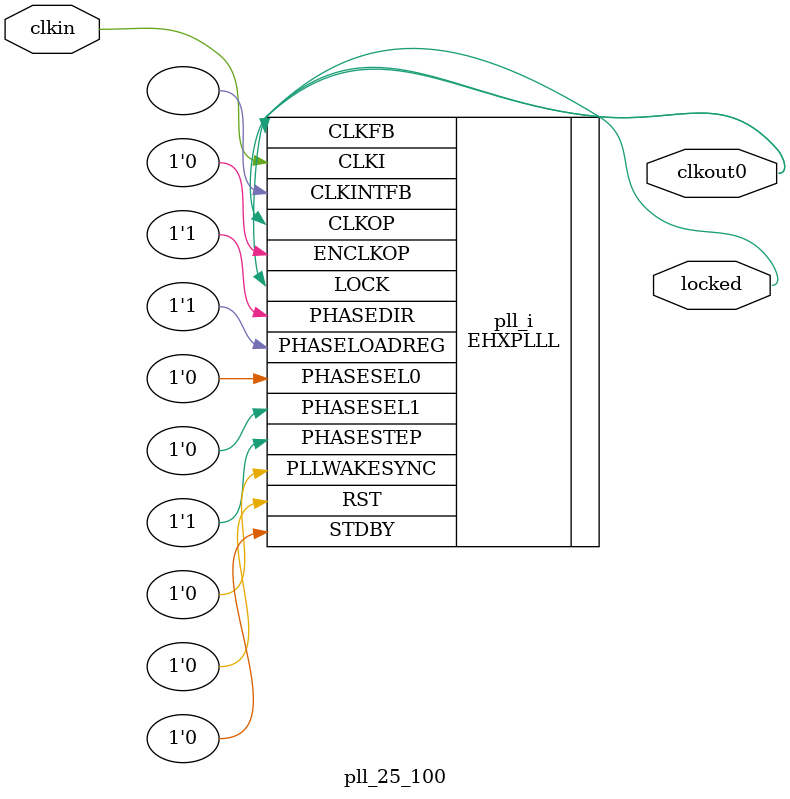
<source format=v>
module pll_25_100
(
    input clkin, // 25 MHz, 0 deg
    output clkout0, // 100 MHz, 0 deg
    output locked
);
(* FREQUENCY_PIN_CLKI="25" *)
(* FREQUENCY_PIN_CLKOP="100" *)
(* ICP_CURRENT="12" *) (* LPF_RESISTOR="8" *) (* MFG_ENABLE_FILTEROPAMP="1" *) (* MFG_GMCREF_SEL="2" *)
EHXPLLL #(
        .PLLRST_ENA("DISABLED"),
        .INTFB_WAKE("DISABLED"),
        .STDBY_ENABLE("DISABLED"),
        .DPHASE_SOURCE("DISABLED"),
        .OUTDIVIDER_MUXA("DIVA"),
        .OUTDIVIDER_MUXB("DIVB"),
        .OUTDIVIDER_MUXC("DIVC"),
        .OUTDIVIDER_MUXD("DIVD"),
        .CLKI_DIV(1),
        .CLKOP_ENABLE("ENABLED"),
        .CLKOP_DIV(6),
        .CLKOP_CPHASE(2),
        .CLKOP_FPHASE(0),
        .FEEDBK_PATH("CLKOP"),
        .CLKFB_DIV(4)
    ) pll_i (
        .RST(1'b0),
        .STDBY(1'b0),
        .CLKI(clkin),
        .CLKOP(clkout0),
        .CLKFB(clkout0),
        .CLKINTFB(),
        .PHASESEL0(1'b0),
        .PHASESEL1(1'b0),
        .PHASEDIR(1'b1),
        .PHASESTEP(1'b1),
        .PHASELOADREG(1'b1),
        .PLLWAKESYNC(1'b0),
        .ENCLKOP(1'b0),
        .LOCK(locked)
	);
endmodule

</source>
